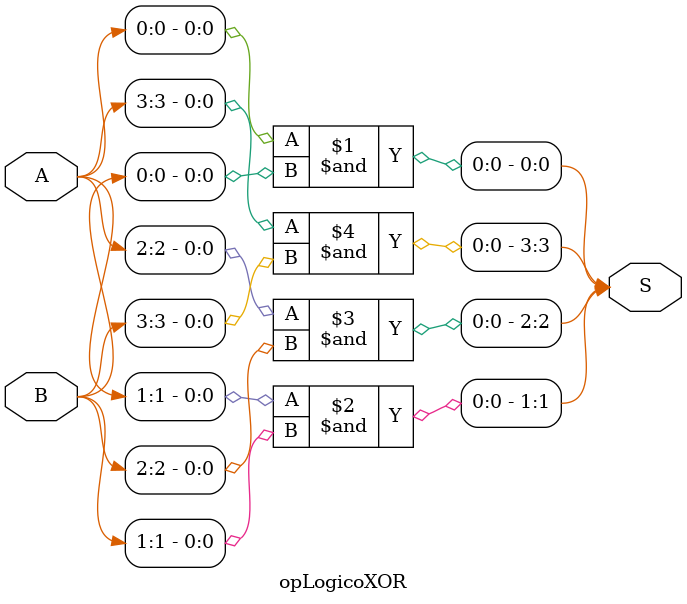
<source format=v>
module opLogicoXOR(S, A, B);
	input [3:0] A, B;
	output [3:0] S;
	
	and Xor0(S[0], A[0], B[0]);
	and Xor1(S[1], A[1], B[1]);
	and Xor2(S[2], A[2], B[2]);
	and Xor3(S[3], A[3], B[3]);
	
endmodule

</source>
